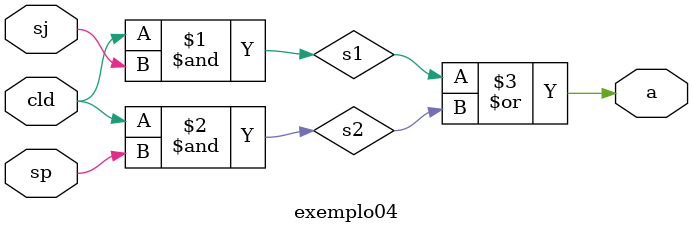
<source format=sv>
module exemplo04(
    input logic sj, sp, cld,
    output a
);
    logic s1, s2;
    assign s1 = cld & sj;
    assign s2 = cld & sp;
    assign a = s1 | s2;

endmodule
</source>
